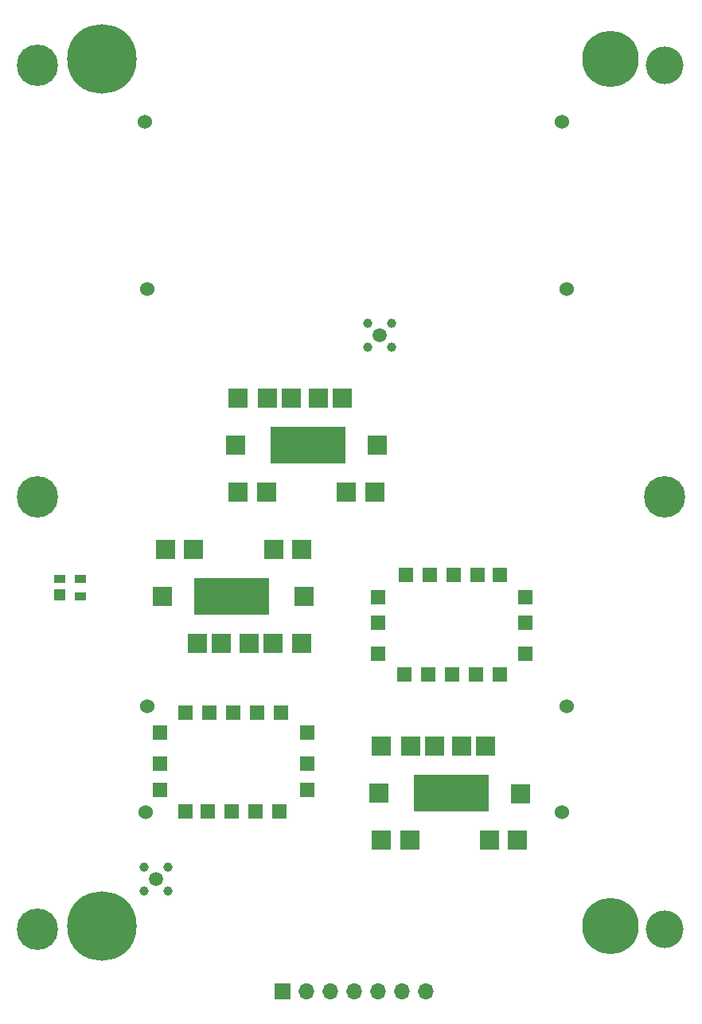
<source format=gbr>
%TF.GenerationSoftware,KiCad,Pcbnew,(5.1.10-1-10_14)*%
%TF.CreationDate,2021-08-18T14:54:20-05:00*%
%TF.ProjectId,payload_board,7061796c-6f61-4645-9f62-6f6172642e6b,3*%
%TF.SameCoordinates,Original*%
%TF.FileFunction,Soldermask,Bot*%
%TF.FilePolarity,Negative*%
%FSLAX46Y46*%
G04 Gerber Fmt 4.6, Leading zero omitted, Abs format (unit mm)*
G04 Created by KiCad (PCBNEW (5.1.10-1-10_14)) date 2021-08-18 14:54:20*
%MOMM*%
%LPD*%
G01*
G04 APERTURE LIST*
%ADD10R,2.000000X2.000000*%
%ADD11R,8.000000X4.000000*%
%ADD12C,1.524000*%
%ADD13R,1.524000X1.524000*%
%ADD14R,1.295400X1.193800*%
%ADD15R,1.295400X0.889000*%
%ADD16O,1.700000X1.700000*%
%ADD17R,1.700000X1.700000*%
%ADD18C,1.000000*%
%ADD19C,1.500000*%
%ADD20C,6.000000*%
%ADD21C,4.000000*%
%ADD22C,7.400000*%
%ADD23C,4.400000*%
G04 APERTURE END LIST*
D10*
X82510000Y-111120000D03*
X82260000Y-116140000D03*
X79160000Y-116140000D03*
X76610000Y-116140000D03*
X73710000Y-116140000D03*
X71160000Y-116140000D03*
X67450000Y-111110000D03*
X67760000Y-106140000D03*
X70760000Y-106140000D03*
X79260000Y-106140000D03*
X82260000Y-106140000D03*
D11*
X74810000Y-111120000D03*
D12*
X109919200Y-60655000D03*
X65570800Y-60655000D03*
X65815000Y-78420800D03*
X65815000Y-122769200D03*
X65605800Y-134020000D03*
X109954200Y-134020000D03*
X110465000Y-78420800D03*
X110465000Y-122769200D03*
D13*
X79840000Y-133960000D03*
X77300000Y-133960000D03*
X74760000Y-133960000D03*
X72220000Y-133960000D03*
X69870000Y-133960000D03*
X82860000Y-131670000D03*
X82860000Y-128880000D03*
X82860000Y-125600000D03*
X80030000Y-123450000D03*
X77490000Y-123450000D03*
X74950000Y-123450000D03*
X72410000Y-123450000D03*
X69870000Y-123450000D03*
X67140000Y-125600000D03*
X67140000Y-128880000D03*
X67140000Y-131670000D03*
D10*
X90470000Y-132060000D03*
X90720000Y-127040000D03*
X93820000Y-127040000D03*
X96370000Y-127040000D03*
X99270000Y-127040000D03*
X101820000Y-127040000D03*
X105530000Y-132070000D03*
X105220000Y-137040000D03*
X102220000Y-137040000D03*
X93720000Y-137040000D03*
X90720000Y-137040000D03*
D11*
X98170000Y-132060000D03*
D13*
X93360000Y-108860000D03*
X95900000Y-108860000D03*
X98440000Y-108860000D03*
X100980000Y-108860000D03*
X103330000Y-108860000D03*
X90340000Y-111150000D03*
X90340000Y-113940000D03*
X90340000Y-117220000D03*
X93170000Y-119370000D03*
X95710000Y-119370000D03*
X98250000Y-119370000D03*
X100790000Y-119370000D03*
X103330000Y-119370000D03*
X106060000Y-117220000D03*
X106060000Y-113940000D03*
X106060000Y-111150000D03*
D14*
X56502400Y-110929300D03*
D15*
X58712200Y-111132500D03*
X58712200Y-109227500D03*
X56502400Y-109227500D03*
D10*
X75240000Y-95040000D03*
X75490000Y-90020000D03*
X78590000Y-90020000D03*
X81140000Y-90020000D03*
X84040000Y-90020000D03*
X86590000Y-90020000D03*
X90300000Y-95050000D03*
X89990000Y-100020000D03*
X86990000Y-100020000D03*
X78490000Y-100020000D03*
X75490000Y-100020000D03*
D11*
X82940000Y-95040000D03*
D16*
X95450000Y-153130000D03*
X92910000Y-153130000D03*
X90370000Y-153130000D03*
X87830000Y-153130000D03*
X85290000Y-153130000D03*
X82750000Y-153130000D03*
D17*
X80210000Y-153130000D03*
D18*
X68010000Y-142430000D03*
X68010000Y-139870000D03*
X65450000Y-139870000D03*
X65450000Y-142430000D03*
D19*
X66730000Y-141150000D03*
D18*
X91840000Y-84620000D03*
X91840000Y-82060000D03*
X89280000Y-82060000D03*
X89280000Y-84620000D03*
D19*
X90560000Y-83340000D03*
D20*
X115120000Y-146160000D03*
X115120000Y-53960000D03*
D21*
X120870000Y-146480000D03*
X120870000Y-54630000D03*
D22*
X60970000Y-146160000D03*
X60970000Y-53960000D03*
D23*
X54130000Y-146480000D03*
X120870000Y-100560000D03*
X54130000Y-100560000D03*
X54130000Y-54630000D03*
M02*

</source>
